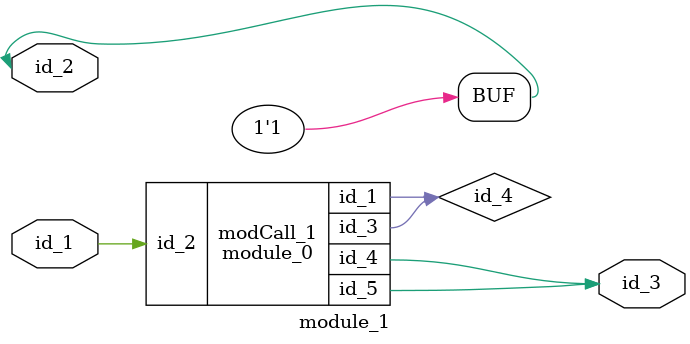
<source format=v>
module module_0 (
    id_1,
    id_2,
    id_3,
    id_4,
    id_5
);
  output wire id_5;
  output wire id_4;
  inout wire id_3;
  input wire id_2;
  inout wire id_1;
  assign id_5 = id_2;
  wire id_6;
  assign id_1 = id_3;
  tri id_7;
  always #1;
  reg  id_8;
  wire id_9;
  wire id_10;
  always id_8 <= id_8;
endmodule
module module_1 (
    id_1,
    id_2,
    id_3
);
  output wire id_3;
  inout wire id_2;
  inout wire id_1;
  wire id_4;
  module_0 modCall_1 (
      id_4,
      id_1,
      id_4,
      id_3,
      id_3
  );
  assign id_2 = 1;
endmodule

</source>
